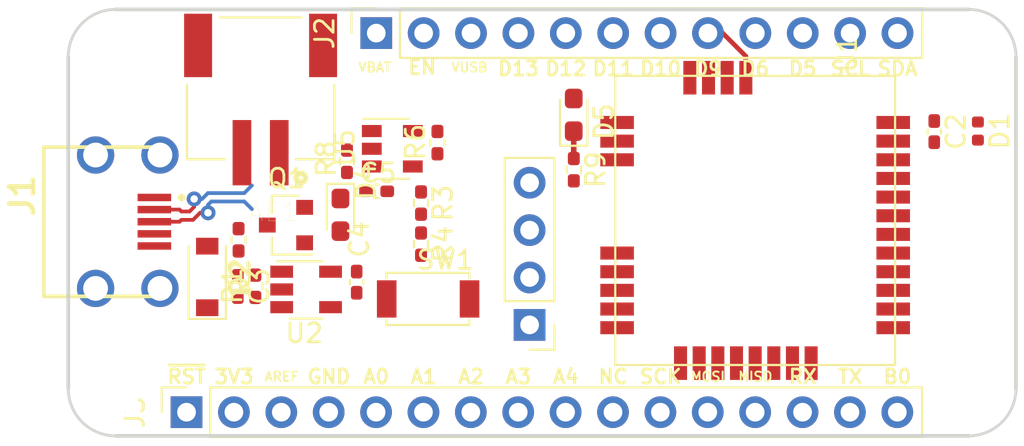
<source format=kicad_pcb>
(kicad_pcb (version 20171130) (host pcbnew "(5.1.9-0-10_14)")

  (general
    (thickness 1.6)
    (drawings 36)
    (tracks 24)
    (zones 0)
    (modules 29)
    (nets 43)
  )

  (page A4)
  (layers
    (0 F.Cu signal)
    (31 B.Cu signal)
    (32 B.Adhes user)
    (33 F.Adhes user)
    (34 B.Paste user)
    (35 F.Paste user)
    (36 B.SilkS user)
    (37 F.SilkS user)
    (38 B.Mask user)
    (39 F.Mask user)
    (40 Dwgs.User user hide)
    (41 Cmts.User user)
    (42 Eco1.User user)
    (43 Eco2.User user)
    (44 Edge.Cuts user)
    (45 Margin user)
    (46 B.CrtYd user hide)
    (47 F.CrtYd user)
    (48 B.Fab user)
    (49 F.Fab user hide)
  )

  (setup
    (last_trace_width 0.25)
    (user_trace_width 0.2)
    (user_trace_width 0.25)
    (user_trace_width 0.3)
    (user_trace_width 0.4)
    (user_trace_width 0.5)
    (user_trace_width 0.6)
    (user_trace_width 1)
    (trace_clearance 0.2)
    (zone_clearance 0.508)
    (zone_45_only no)
    (trace_min 0.2)
    (via_size 0.8)
    (via_drill 0.4)
    (via_min_size 0.4)
    (via_min_drill 0.3)
    (user_via 0.6 0.3)
    (user_via 0.8 0.4)
    (uvia_size 0.3)
    (uvia_drill 0.1)
    (uvias_allowed no)
    (uvia_min_size 0.2)
    (uvia_min_drill 0.1)
    (edge_width 0.15)
    (segment_width 0.2)
    (pcb_text_width 0.3)
    (pcb_text_size 1.5 1.5)
    (mod_edge_width 0.15)
    (mod_text_size 1 1)
    (mod_text_width 0.15)
    (pad_size 1.524 1.524)
    (pad_drill 0.762)
    (pad_to_mask_clearance 0.051)
    (solder_mask_min_width 0.25)
    (aux_axis_origin 0 0)
    (visible_elements 7FFFFFFF)
    (pcbplotparams
      (layerselection 0x010fc_ffffffff)
      (usegerberextensions false)
      (usegerberattributes false)
      (usegerberadvancedattributes false)
      (creategerberjobfile false)
      (excludeedgelayer true)
      (linewidth 0.100000)
      (plotframeref false)
      (viasonmask false)
      (mode 1)
      (useauxorigin false)
      (hpglpennumber 1)
      (hpglpenspeed 20)
      (hpglpendiameter 15.000000)
      (psnegative false)
      (psa4output false)
      (plotreference true)
      (plotvalue true)
      (plotinvisibletext false)
      (padsonsilk false)
      (subtractmaskfromsilk false)
      (outputformat 1)
      (mirror false)
      (drillshape 1)
      (scaleselection 1)
      (outputdirectory ""))
  )

  (net 0 "")
  (net 1 /ANT)
  (net 2 GND)
  (net 3 "Net-(C3-Pad1)")
  (net 4 VBUS)
  (net 5 "Net-(D4-Pad1)")
  (net 6 /D13)
  (net 7 "Net-(D5-Pad1)")
  (net 8 +BATT)
  (net 9 /EN)
  (net 10 /D12)
  (net 11 /D11)
  (net 12 /D10)
  (net 13 /D9)
  (net 14 /D6)
  (net 15 /D5)
  (net 16 /SCL)
  (net 17 /SDA)
  (net 18 /RST)
  (net 19 +3V3)
  (net 20 "Net-(J3-Pad3)")
  (net 21 /A0)
  (net 22 /A1)
  (net 23 /A2)
  (net 24 /A3)
  (net 25 /A4)
  (net 26 "Net-(J3-Pad10)")
  (net 27 /CLK)
  (net 28 /COPI)
  (net 29 /CIPO)
  (net 30 /RX)
  (net 31 /TX)
  (net 32 /BOOT0)
  (net 33 /SWDIO)
  (net 34 /SWCLK)
  (net 35 /TX_USB)
  (net 36 /RX_USB)
  (net 37 /D+)
  (net 38 /D-)
  (net 39 "Net-(R8-Pad1)")
  (net 40 "Net-(R6-Pad1)")
  (net 41 "Net-(J1-Pad4)")
  (net 42 "Net-(AE1-Pad1)")

  (net_class Default "This is the default net class."
    (clearance 0.2)
    (trace_width 0.25)
    (via_dia 0.8)
    (via_drill 0.4)
    (uvia_dia 0.3)
    (uvia_drill 0.1)
    (add_net +3V3)
    (add_net +BATT)
    (add_net /A0)
    (add_net /A1)
    (add_net /A2)
    (add_net /A3)
    (add_net /A4)
    (add_net /ANT)
    (add_net /BOOT0)
    (add_net /CIPO)
    (add_net /CLK)
    (add_net /COPI)
    (add_net /D+)
    (add_net /D-)
    (add_net /D10)
    (add_net /D11)
    (add_net /D12)
    (add_net /D13)
    (add_net /D5)
    (add_net /D6)
    (add_net /D9)
    (add_net /EN)
    (add_net /RST)
    (add_net /RX)
    (add_net /RX_USB)
    (add_net /SCL)
    (add_net /SDA)
    (add_net /SWCLK)
    (add_net /SWDIO)
    (add_net /TX)
    (add_net /TX_USB)
    (add_net GND)
    (add_net "Net-(AE1-Pad1)")
    (add_net "Net-(C3-Pad1)")
    (add_net "Net-(D4-Pad1)")
    (add_net "Net-(D5-Pad1)")
    (add_net "Net-(J1-Pad4)")
    (add_net "Net-(J3-Pad10)")
    (add_net "Net-(J3-Pad3)")
    (add_net "Net-(R6-Pad1)")
    (add_net "Net-(R8-Pad1)")
    (add_net VBUS)
  )

  (module Rf:RAK3172 (layer F.Cu) (tedit 60EE038C) (tstamp 60EFC475)
    (at 158.22 66.22 270)
    (path /60EFEE08)
    (fp_text reference U1 (at -1.17 2.57 90) (layer F.SilkS)
      (effects (font (size 1 1) (thickness 0.15)))
    )
    (fp_text value RAK3172 (at 0.02 -2.95 90) (layer F.Fab)
      (effects (font (size 1 1) (thickness 0.15)))
    )
    (fp_line (start 0 15) (end 0 0) (layer F.SilkS) (width 0.12))
    (fp_line (start 15.5 15) (end 0 15) (layer F.SilkS) (width 0.12))
    (fp_line (start 15.5 0) (end 15.5 15) (layer F.SilkS) (width 0.12))
    (fp_line (start 0 0) (end 15.5 0) (layer F.SilkS) (width 0.12))
    (pad 1 smd rect (at 2.5 0.1 270) (size 0.7 1.8) (layers F.Cu F.Paste F.Mask)
      (net 30 /RX))
    (pad 2 smd rect (at 3.5 0.1 270) (size 0.7 1.8) (layers F.Cu F.Paste F.Mask)
      (net 31 /TX))
    (pad 3 smd rect (at 4.5 0.1 270) (size 0.7 1.8) (layers F.Cu F.Paste F.Mask)
      (net 25 /A4))
    (pad 4 smd rect (at 5.5 0.1 270) (size 0.7 1.8) (layers F.Cu F.Paste F.Mask)
      (net 36 /RX_USB))
    (pad 5 smd rect (at 6.5 0.1 270) (size 0.7 1.8) (layers F.Cu F.Paste F.Mask)
      (net 35 /TX_USB))
    (pad 6 smd rect (at 7.5 0.1 270) (size 0.7 1.8) (layers F.Cu F.Paste F.Mask)
      (net 12 /D10))
    (pad 7 smd rect (at 8.5 0.1 270) (size 0.7 1.8) (layers F.Cu F.Paste F.Mask)
      (net 33 /SWDIO))
    (pad 8 smd rect (at 9.5 0.1 270) (size 0.7 1.8) (layers F.Cu F.Paste F.Mask)
      (net 34 /SWCLK))
    (pad 9 smd rect (at 10.5 0.1 270) (size 0.7 1.8) (layers F.Cu F.Paste F.Mask)
      (net 16 /SCL))
    (pad 10 smd rect (at 11.5 0.1 270) (size 0.7 1.8) (layers F.Cu F.Paste F.Mask)
      (net 17 /SDA))
    (pad 11 smd rect (at 12.5 0.1 270) (size 0.7 1.8) (layers F.Cu F.Paste F.Mask)
      (net 2 GND))
    (pad 12 smd rect (at 13.5 0.1 270) (size 0.7 1.8) (layers F.Cu F.Paste F.Mask)
      (net 1 /ANT))
    (pad 13 smd rect (at 0.1 11) (size 0.7 1.8) (layers F.Cu F.Paste F.Mask)
      (net 28 /COPI))
    (pad 14 smd rect (at 0.1 10) (size 0.7 1.8) (layers F.Cu F.Paste F.Mask)
      (net 29 /CIPO))
    (pad 15 smd rect (at 0.1 9) (size 0.7 1.8) (layers F.Cu F.Paste F.Mask)
      (net 27 /CLK))
    (pad 16 smd rect (at 0.1 8) (size 0.7 1.8) (layers F.Cu F.Paste F.Mask)
      (net 13 /D9))
    (pad 17 smd rect (at 2.5 14.9 270) (size 0.7 1.8) (layers F.Cu F.Paste F.Mask)
      (net 2 GND))
    (pad 18 smd rect (at 3.5 14.9 270) (size 0.7 1.8) (layers F.Cu F.Paste F.Mask)
      (net 2 GND))
    (pad 19 smd rect (at 4.5 14.9 270) (size 0.7 1.8) (layers F.Cu F.Paste F.Mask)
      (net 6 /D13))
    (pad 20 smd rect (at 9.5 14.9 270) (size 0.7 1.8) (layers F.Cu F.Paste F.Mask))
    (pad 21 smd rect (at 10.5 14.9 270) (size 0.7 1.8) (layers F.Cu F.Paste F.Mask)
      (net 32 /BOOT0))
    (pad 22 smd rect (at 11.5 14.9 270) (size 0.7 1.8) (layers F.Cu F.Paste F.Mask)
      (net 18 /RST))
    (pad 23 smd rect (at 12.5 14.9 270) (size 0.7 1.8) (layers F.Cu F.Paste F.Mask)
      (net 2 GND))
    (pad 24 smd rect (at 13.5 14.9 270) (size 0.7 1.8) (layers F.Cu F.Paste F.Mask)
      (net 19 +3V3))
    (pad 25 smd rect (at 15.4 11.5) (size 0.7 1.8) (layers F.Cu F.Paste F.Mask)
      (net 24 /A3))
    (pad 26 smd rect (at 15.4 10.5) (size 0.7 1.8) (layers F.Cu F.Paste F.Mask)
      (net 23 /A2))
    (pad 27 smd rect (at 15.4 9.5) (size 0.7 1.8) (layers F.Cu F.Paste F.Mask)
      (net 10 /D12))
    (pad 28 smd rect (at 15.4 8.5) (size 0.7 1.8) (layers F.Cu F.Paste F.Mask)
      (net 2 GND))
    (pad 29 smd rect (at 15.4 7.5) (size 0.7 1.8) (layers F.Cu F.Paste F.Mask)
      (net 14 /D6))
    (pad 30 smd rect (at 15.4 6.5) (size 0.7 1.8) (layers F.Cu F.Paste F.Mask)
      (net 11 /D11))
    (pad 31 smd rect (at 15.4 5.5) (size 0.7 1.8) (layers F.Cu F.Paste F.Mask)
      (net 22 /A1))
    (pad 32 smd rect (at 15.4 4.5) (size 0.7 1.8) (layers F.Cu F.Paste F.Mask)
      (net 21 /A0))
    (model ${KIPRJMOD}/3D_RAK3172.stp
      (offset (xyz 15.5 -15 0))
      (scale (xyz 1 1 1))
      (rotate (xyz 0 0 -90))
    )
  )

  (module Inductor_SMD:L_0402_1005Metric (layer F.Cu) (tedit 5F68FEF0) (tstamp 60EF45EC)
    (at 162.66 69.18 270)
    (descr "Inductor SMD 0402 (1005 Metric), square (rectangular) end terminal, IPC_7351 nominal, (Body size source: http://www.tortai-tech.com/upload/download/2011102023233369053.pdf), generated with kicad-footprint-generator")
    (tags inductor)
    (path /5E033E5A)
    (attr smd)
    (fp_text reference D1 (at 0 -1.17 90) (layer F.SilkS)
      (effects (font (size 1 1) (thickness 0.15)))
    )
    (fp_text value PGB1010402KR (at 0 1.17 90) (layer F.Fab)
      (effects (font (size 1 1) (thickness 0.15)))
    )
    (fp_line (start -0.5 0.25) (end -0.5 -0.25) (layer F.Fab) (width 0.1))
    (fp_line (start -0.5 -0.25) (end 0.5 -0.25) (layer F.Fab) (width 0.1))
    (fp_line (start 0.5 -0.25) (end 0.5 0.25) (layer F.Fab) (width 0.1))
    (fp_line (start 0.5 0.25) (end -0.5 0.25) (layer F.Fab) (width 0.1))
    (fp_line (start -0.93 0.47) (end -0.93 -0.47) (layer F.CrtYd) (width 0.05))
    (fp_line (start -0.93 -0.47) (end 0.93 -0.47) (layer F.CrtYd) (width 0.05))
    (fp_line (start 0.93 -0.47) (end 0.93 0.47) (layer F.CrtYd) (width 0.05))
    (fp_line (start 0.93 0.47) (end -0.93 0.47) (layer F.CrtYd) (width 0.05))
    (fp_text user %R (at 0 0 90) (layer F.Fab)
      (effects (font (size 0.25 0.25) (thickness 0.04)))
    )
    (pad 1 smd roundrect (at -0.485 0 270) (size 0.59 0.64) (layers F.Cu F.Paste F.Mask) (roundrect_rratio 0.25)
      (net 1 /ANT))
    (pad 2 smd roundrect (at 0.485 0 270) (size 0.59 0.64) (layers F.Cu F.Paste F.Mask) (roundrect_rratio 0.25)
      (net 2 GND))
    (model ${KISYS3DMOD}/Inductor_SMD.3dshapes/L_0402_1005Metric.wrl
      (at (xyz 0 0 0))
      (scale (xyz 1 1 1))
      (rotate (xyz 0 0 0))
    )
  )

  (module Connector_PinSocket_2.54mm:PinSocket_1x12_P2.54mm_Vertical (layer F.Cu) (tedit 5A19A41D) (tstamp 60EE5672)
    (at 130.41 63.93 90)
    (descr "Through hole straight socket strip, 1x12, 2.54mm pitch, single row (from Kicad 4.0.7), script generated")
    (tags "Through hole socket strip THT 1x12 2.54mm single row")
    (path /5D4E69E8)
    (fp_text reference J2 (at 0 -2.77 90) (layer F.SilkS)
      (effects (font (size 1 1) (thickness 0.15)))
    )
    (fp_text value Conn_Right (at 0 30.71 90) (layer F.Fab)
      (effects (font (size 1 1) (thickness 0.15)))
    )
    (fp_line (start -1.27 -1.27) (end 0.635 -1.27) (layer F.Fab) (width 0.1))
    (fp_line (start 0.635 -1.27) (end 1.27 -0.635) (layer F.Fab) (width 0.1))
    (fp_line (start 1.27 -0.635) (end 1.27 29.21) (layer F.Fab) (width 0.1))
    (fp_line (start 1.27 29.21) (end -1.27 29.21) (layer F.Fab) (width 0.1))
    (fp_line (start -1.27 29.21) (end -1.27 -1.27) (layer F.Fab) (width 0.1))
    (fp_line (start -1.33 1.27) (end 1.33 1.27) (layer F.SilkS) (width 0.12))
    (fp_line (start -1.33 1.27) (end -1.33 29.27) (layer F.SilkS) (width 0.12))
    (fp_line (start -1.33 29.27) (end 1.33 29.27) (layer F.SilkS) (width 0.12))
    (fp_line (start 1.33 1.27) (end 1.33 29.27) (layer F.SilkS) (width 0.12))
    (fp_line (start 1.33 -1.33) (end 1.33 0) (layer F.SilkS) (width 0.12))
    (fp_line (start 0 -1.33) (end 1.33 -1.33) (layer F.SilkS) (width 0.12))
    (fp_line (start -1.8 -1.8) (end 1.75 -1.8) (layer F.CrtYd) (width 0.05))
    (fp_line (start 1.75 -1.8) (end 1.75 29.7) (layer F.CrtYd) (width 0.05))
    (fp_line (start 1.75 29.7) (end -1.8 29.7) (layer F.CrtYd) (width 0.05))
    (fp_line (start -1.8 29.7) (end -1.8 -1.8) (layer F.CrtYd) (width 0.05))
    (fp_text user %R (at 0 13.97) (layer F.Fab)
      (effects (font (size 1 1) (thickness 0.15)))
    )
    (pad 1 thru_hole rect (at 0 0 90) (size 1.7 1.7) (drill 1) (layers *.Cu *.Mask)
      (net 8 +BATT))
    (pad 2 thru_hole oval (at 0 2.54 90) (size 1.7 1.7) (drill 1) (layers *.Cu *.Mask)
      (net 9 /EN))
    (pad 3 thru_hole oval (at 0 5.08 90) (size 1.7 1.7) (drill 1) (layers *.Cu *.Mask)
      (net 4 VBUS))
    (pad 4 thru_hole oval (at 0 7.62 90) (size 1.7 1.7) (drill 1) (layers *.Cu *.Mask)
      (net 6 /D13))
    (pad 5 thru_hole oval (at 0 10.16 90) (size 1.7 1.7) (drill 1) (layers *.Cu *.Mask)
      (net 10 /D12))
    (pad 6 thru_hole oval (at 0 12.7 90) (size 1.7 1.7) (drill 1) (layers *.Cu *.Mask)
      (net 11 /D11))
    (pad 7 thru_hole oval (at 0 15.24 90) (size 1.7 1.7) (drill 1) (layers *.Cu *.Mask)
      (net 12 /D10))
    (pad 8 thru_hole oval (at 0 17.78 90) (size 1.7 1.7) (drill 1) (layers *.Cu *.Mask)
      (net 13 /D9))
    (pad 9 thru_hole oval (at 0 20.32 90) (size 1.7 1.7) (drill 1) (layers *.Cu *.Mask)
      (net 14 /D6))
    (pad 10 thru_hole oval (at 0 22.86 90) (size 1.7 1.7) (drill 1) (layers *.Cu *.Mask)
      (net 15 /D5))
    (pad 11 thru_hole oval (at 0 25.4 90) (size 1.7 1.7) (drill 1) (layers *.Cu *.Mask)
      (net 16 /SCL))
    (pad 12 thru_hole oval (at 0 27.94 90) (size 1.7 1.7) (drill 1) (layers *.Cu *.Mask)
      (net 17 /SDA))
    (model ${KISYS3DMOD}/Connector_PinSocket_2.54mm.3dshapes/PinSocket_1x12_P2.54mm_Vertical.wrl
      (at (xyz 0 0 0))
      (scale (xyz 1 1 1))
      (rotate (xyz 0 0 0))
    )
  )

  (module Connector_PinSocket_2.54mm:PinSocket_1x16_P2.54mm_Vertical (layer F.Cu) (tedit 5A19A41E) (tstamp 60EE5696)
    (at 120.24 84.25 90)
    (descr "Through hole straight socket strip, 1x16, 2.54mm pitch, single row (from Kicad 4.0.7), script generated")
    (tags "Through hole socket strip THT 1x16 2.54mm single row")
    (path /5D4E7BAF)
    (fp_text reference J3 (at 0 -2.77 90) (layer F.SilkS)
      (effects (font (size 1 1) (thickness 0.15)))
    )
    (fp_text value Conn_Left (at 0 40.87 90) (layer F.Fab)
      (effects (font (size 1 1) (thickness 0.15)))
    )
    (fp_line (start -1.27 -1.27) (end 0.635 -1.27) (layer F.Fab) (width 0.1))
    (fp_line (start 0.635 -1.27) (end 1.27 -0.635) (layer F.Fab) (width 0.1))
    (fp_line (start 1.27 -0.635) (end 1.27 39.37) (layer F.Fab) (width 0.1))
    (fp_line (start 1.27 39.37) (end -1.27 39.37) (layer F.Fab) (width 0.1))
    (fp_line (start -1.27 39.37) (end -1.27 -1.27) (layer F.Fab) (width 0.1))
    (fp_line (start -1.33 1.27) (end 1.33 1.27) (layer F.SilkS) (width 0.12))
    (fp_line (start -1.33 1.27) (end -1.33 39.43) (layer F.SilkS) (width 0.12))
    (fp_line (start -1.33 39.43) (end 1.33 39.43) (layer F.SilkS) (width 0.12))
    (fp_line (start 1.33 1.27) (end 1.33 39.43) (layer F.SilkS) (width 0.12))
    (fp_line (start 1.33 -1.33) (end 1.33 0) (layer F.SilkS) (width 0.12))
    (fp_line (start 0 -1.33) (end 1.33 -1.33) (layer F.SilkS) (width 0.12))
    (fp_line (start -1.8 -1.8) (end 1.75 -1.8) (layer F.CrtYd) (width 0.05))
    (fp_line (start 1.75 -1.8) (end 1.75 39.9) (layer F.CrtYd) (width 0.05))
    (fp_line (start 1.75 39.9) (end -1.8 39.9) (layer F.CrtYd) (width 0.05))
    (fp_line (start -1.8 39.9) (end -1.8 -1.8) (layer F.CrtYd) (width 0.05))
    (fp_text user %R (at 0 19.05) (layer F.Fab)
      (effects (font (size 1 1) (thickness 0.15)))
    )
    (pad 1 thru_hole rect (at 0 0 90) (size 1.7 1.7) (drill 1) (layers *.Cu *.Mask)
      (net 18 /RST))
    (pad 2 thru_hole oval (at 0 2.54 90) (size 1.7 1.7) (drill 1) (layers *.Cu *.Mask)
      (net 19 +3V3))
    (pad 3 thru_hole oval (at 0 5.08 90) (size 1.7 1.7) (drill 1) (layers *.Cu *.Mask)
      (net 20 "Net-(J3-Pad3)"))
    (pad 4 thru_hole oval (at 0 7.62 90) (size 1.7 1.7) (drill 1) (layers *.Cu *.Mask)
      (net 2 GND))
    (pad 5 thru_hole oval (at 0 10.16 90) (size 1.7 1.7) (drill 1) (layers *.Cu *.Mask)
      (net 21 /A0))
    (pad 6 thru_hole oval (at 0 12.7 90) (size 1.7 1.7) (drill 1) (layers *.Cu *.Mask)
      (net 22 /A1))
    (pad 7 thru_hole oval (at 0 15.24 90) (size 1.7 1.7) (drill 1) (layers *.Cu *.Mask)
      (net 23 /A2))
    (pad 8 thru_hole oval (at 0 17.78 90) (size 1.7 1.7) (drill 1) (layers *.Cu *.Mask)
      (net 24 /A3))
    (pad 9 thru_hole oval (at 0 20.32 90) (size 1.7 1.7) (drill 1) (layers *.Cu *.Mask)
      (net 25 /A4))
    (pad 10 thru_hole oval (at 0 22.86 90) (size 1.7 1.7) (drill 1) (layers *.Cu *.Mask)
      (net 26 "Net-(J3-Pad10)"))
    (pad 11 thru_hole oval (at 0 25.4 90) (size 1.7 1.7) (drill 1) (layers *.Cu *.Mask)
      (net 27 /CLK))
    (pad 12 thru_hole oval (at 0 27.94 90) (size 1.7 1.7) (drill 1) (layers *.Cu *.Mask)
      (net 28 /COPI))
    (pad 13 thru_hole oval (at 0 30.48 90) (size 1.7 1.7) (drill 1) (layers *.Cu *.Mask)
      (net 29 /CIPO))
    (pad 14 thru_hole oval (at 0 33.02 90) (size 1.7 1.7) (drill 1) (layers *.Cu *.Mask)
      (net 30 /RX))
    (pad 15 thru_hole oval (at 0 35.56 90) (size 1.7 1.7) (drill 1) (layers *.Cu *.Mask)
      (net 31 /TX))
    (pad 16 thru_hole oval (at 0 38.1 90) (size 1.7 1.7) (drill 1) (layers *.Cu *.Mask)
      (net 32 /BOOT0))
    (model ${KISYS3DMOD}/Connector_PinSocket_2.54mm.3dshapes/PinSocket_1x16_P2.54mm_Vertical.wrl
      (at (xyz 0 0 0))
      (scale (xyz 1 1 1))
      (rotate (xyz 0 0 0))
    )
  )

  (module Connector_PinHeader_2.54mm:PinHeader_1x04_P2.54mm_Vertical (layer F.Cu) (tedit 59FED5CC) (tstamp 60EE56AE)
    (at 138.63 79.57 180)
    (descr "Through hole straight pin header, 1x04, 2.54mm pitch, single row")
    (tags "Through hole pin header THT 1x04 2.54mm single row")
    (path /5E1A06D2)
    (fp_text reference J5 (at 0 -2.33) (layer F.Fab)
      (effects (font (size 1 1) (thickness 0.15)))
    )
    (fp_text value SWD (at 0 9.95) (layer F.Fab)
      (effects (font (size 1 1) (thickness 0.15)))
    )
    (fp_line (start -0.635 -1.27) (end 1.27 -1.27) (layer F.Fab) (width 0.1))
    (fp_line (start 1.27 -1.27) (end 1.27 8.89) (layer F.Fab) (width 0.1))
    (fp_line (start 1.27 8.89) (end -1.27 8.89) (layer F.Fab) (width 0.1))
    (fp_line (start -1.27 8.89) (end -1.27 -0.635) (layer F.Fab) (width 0.1))
    (fp_line (start -1.27 -0.635) (end -0.635 -1.27) (layer F.Fab) (width 0.1))
    (fp_line (start -1.33 8.95) (end 1.33 8.95) (layer F.SilkS) (width 0.12))
    (fp_line (start -1.33 1.27) (end -1.33 8.95) (layer F.SilkS) (width 0.12))
    (fp_line (start 1.33 1.27) (end 1.33 8.95) (layer F.SilkS) (width 0.12))
    (fp_line (start -1.33 1.27) (end 1.33 1.27) (layer F.SilkS) (width 0.12))
    (fp_line (start -1.33 0) (end -1.33 -1.33) (layer F.SilkS) (width 0.12))
    (fp_line (start -1.33 -1.33) (end 0 -1.33) (layer F.SilkS) (width 0.12))
    (fp_line (start -1.8 -1.8) (end -1.8 9.4) (layer F.CrtYd) (width 0.05))
    (fp_line (start -1.8 9.4) (end 1.8 9.4) (layer F.CrtYd) (width 0.05))
    (fp_line (start 1.8 9.4) (end 1.8 -1.8) (layer F.CrtYd) (width 0.05))
    (fp_line (start 1.8 -1.8) (end -1.8 -1.8) (layer F.CrtYd) (width 0.05))
    (fp_text user %R (at 0 3.81 90) (layer F.Fab)
      (effects (font (size 1 1) (thickness 0.15)))
    )
    (pad 1 thru_hole rect (at 0 0 180) (size 1.7 1.7) (drill 1) (layers *.Cu *.Mask)
      (net 19 +3V3))
    (pad 2 thru_hole oval (at 0 2.54 180) (size 1.7 1.7) (drill 1) (layers *.Cu *.Mask)
      (net 33 /SWDIO))
    (pad 3 thru_hole oval (at 0 5.08 180) (size 1.7 1.7) (drill 1) (layers *.Cu *.Mask)
      (net 34 /SWCLK))
    (pad 4 thru_hole oval (at 0 7.62 180) (size 1.7 1.7) (drill 1) (layers *.Cu *.Mask)
      (net 2 GND))
    (model ${KISYS3DMOD}/Connector_PinHeader_2.54mm.3dshapes/PinHeader_1x04_P2.54mm_Vertical.wrl
      (at (xyz 0 0 0))
      (scale (xyz 1 1 1))
      (rotate (xyz 0 0 0))
    )
  )

  (module MountingHole:MountingHole_2.7mm_M2.5 locked (layer F.Cu) (tedit 5D377204) (tstamp 5D4FBE97)
    (at 162.16 65.2)
    (descr "Mounting Hole 2.7mm, no annular, M2.5")
    (tags "mounting hole 2.7mm no annular m2.5")
    (attr virtual)
    (fp_text reference REF** (at 0 -3.7) (layer F.SilkS) hide
      (effects (font (size 1 1) (thickness 0.15)))
    )
    (fp_text value MountingHole_2.7mm_M2.5 (at 0 3.7) (layer F.Fab) hide
      (effects (font (size 1 1) (thickness 0.15)))
    )
    (fp_circle (center 0 0) (end 2.95 0) (layer F.CrtYd) (width 0.05))
    (fp_circle (center 0 0) (end 2.7 0) (layer Cmts.User) (width 0.15))
    (fp_text user %R (at 0.3 0) (layer F.Fab) hide
      (effects (font (size 1 1) (thickness 0.15)))
    )
    (pad 1 np_thru_hole circle (at 0 0) (size 2.7 2.7) (drill 2.7) (layers *.Cu *.Mask))
  )

  (module MountingHole:MountingHole_2.7mm_M2.5 locked (layer F.Cu) (tedit 5D377204) (tstamp 5D4FBE89)
    (at 162.16 82.98)
    (descr "Mounting Hole 2.7mm, no annular, M2.5")
    (tags "mounting hole 2.7mm no annular m2.5")
    (attr virtual)
    (fp_text reference REF** (at 0 -3.7) (layer F.SilkS) hide
      (effects (font (size 1 1) (thickness 0.15)))
    )
    (fp_text value MountingHole_2.7mm_M2.5 (at 0 3.7) (layer F.Fab) hide
      (effects (font (size 1 1) (thickness 0.15)))
    )
    (fp_circle (center 0 0) (end 2.7 0) (layer Cmts.User) (width 0.15))
    (fp_circle (center 0 0) (end 2.95 0) (layer F.CrtYd) (width 0.05))
    (fp_text user %R (at 0.3 0) (layer F.Fab) hide
      (effects (font (size 1 1) (thickness 0.15)))
    )
    (pad 1 np_thru_hole circle (at 0 0) (size 2.7 2.7) (drill 2.7) (layers *.Cu *.Mask))
  )

  (module MountingHole:MountingHole_2.7mm_M2.5 locked (layer F.Cu) (tedit 5D377204) (tstamp 5D4FBE7B)
    (at 116.44 82.98)
    (descr "Mounting Hole 2.7mm, no annular, M2.5")
    (tags "mounting hole 2.7mm no annular m2.5")
    (attr virtual)
    (fp_text reference REF** (at 0 -3.7) (layer F.SilkS) hide
      (effects (font (size 1 1) (thickness 0.15)))
    )
    (fp_text value MountingHole_2.7mm_M2.5 (at 0 3.7) (layer F.Fab) hide
      (effects (font (size 1 1) (thickness 0.15)))
    )
    (fp_circle (center 0 0) (end 2.95 0) (layer F.CrtYd) (width 0.05))
    (fp_circle (center 0 0) (end 2.7 0) (layer Cmts.User) (width 0.15))
    (fp_text user %R (at 0.3 0) (layer F.Fab) hide
      (effects (font (size 1 1) (thickness 0.15)))
    )
    (pad 1 np_thru_hole circle (at 0 0) (size 2.7 2.7) (drill 2.7) (layers *.Cu *.Mask))
  )

  (module MountingHole:MountingHole_2.7mm_M2.5 locked (layer F.Cu) (tedit 5D377204) (tstamp 5D4FBE61)
    (at 116.44 65.2)
    (descr "Mounting Hole 2.7mm, no annular, M2.5")
    (tags "mounting hole 2.7mm no annular m2.5")
    (attr virtual)
    (fp_text reference REF** (at 0 -3.7) (layer F.SilkS) hide
      (effects (font (size 1 1) (thickness 0.15)))
    )
    (fp_text value MountingHole_2.7mm_M2.5 (at 0 3.7) (layer F.Fab) hide
      (effects (font (size 1 1) (thickness 0.15)))
    )
    (fp_circle (center 0 0) (end 2.7 0) (layer Cmts.User) (width 0.15))
    (fp_circle (center 0 0) (end 2.95 0) (layer F.CrtYd) (width 0.05))
    (fp_text user %R (at 0.3 0) (layer F.Fab) hide
      (effects (font (size 1 1) (thickness 0.15)))
    )
    (pad 1 np_thru_hole circle (at 0 0) (size 2.7 2.7) (drill 2.7) (layers *.Cu *.Mask))
  )

  (module Connectors:U254051N4BH806 (layer F.Cu) (tedit 5DCF1678) (tstamp 60EF40F1)
    (at 116.33 74.04 270)
    (descr U254-051N-4BH806-2)
    (tags Connector)
    (path /5D4D715B)
    (fp_text reference J1 (at -1.4 4.9 90) (layer F.SilkS)
      (effects (font (size 1.27 1.27) (thickness 0.254)))
    )
    (fp_text value USB_B_Micro (at 0 -6.7 90) (layer F.SilkS) hide
      (effects (font (size 1.27 1.27) (thickness 0.254)))
    )
    (fp_line (start -1.299 -3.735) (end -1.299 -3.735) (layer F.SilkS) (width 0.2))
    (fp_line (start -1.299 -3.535) (end -1.299 -3.535) (layer F.SilkS) (width 0.2))
    (fp_line (start -3.999 3.735) (end -3.999 -2.865) (layer F.SilkS) (width 0.2))
    (fp_line (start 4 3.735) (end -3.999 3.735) (layer F.SilkS) (width 0.2))
    (fp_line (start 4 -2.865) (end 4 3.735) (layer F.SilkS) (width 0.2))
    (fp_line (start -3.999 -2.865) (end 4 -2.865) (layer F.Fab) (width 0.2))
    (fp_arc (start -1.299 -3.635) (end -1.299 -3.735) (angle -180) (layer F.SilkS) (width 0.2))
    (fp_arc (start -1.299 -3.635) (end -1.299 -3.535) (angle -180) (layer F.SilkS) (width 0.2))
    (fp_text user %R (at -1.4 4.9 90) (layer F.Fab)
      (effects (font (size 1.27 1.27) (thickness 0.254)))
    )
    (pad MH6 np_thru_hole circle (at 2 -1.165 270) (size 0.65 0) (drill 0.65) (layers *.Cu *.Mask))
    (pad MH5 np_thru_hole circle (at -2 -1.165 270) (size 0.65 0) (drill 0.65) (layers *.Cu *.Mask))
    (pad 6 thru_hole circle (at -3.575 -2.485 270) (size 2 2) (drill 1.3285) (layers *.Cu *.Mask)
      (net 2 GND))
    (pad 6 thru_hole circle (at 3.575 -2.485 270) (size 2 2) (drill 1.3285) (layers *.Cu *.Mask)
      (net 2 GND))
    (pad 6 thru_hole circle (at 3.575 0.965 270) (size 2 2) (drill 1.3285) (layers *.Cu *.Mask)
      (net 2 GND))
    (pad 6 thru_hole circle (at -3.575 0.965 270) (size 2 2) (drill 1.3285) (layers *.Cu *.Mask)
      (net 2 GND))
    (pad 5 smd rect (at 1.3 -2.185 270) (size 0.4 1.8) (layers F.Cu F.Paste F.Mask)
      (net 2 GND))
    (pad 4 smd rect (at 0.65 -2.185 270) (size 0.4 1.8) (layers F.Cu F.Paste F.Mask)
      (net 41 "Net-(J1-Pad4)"))
    (pad 3 smd rect (at 0 -2.185 270) (size 0.4 1.8) (layers F.Cu F.Paste F.Mask)
      (net 37 /D+))
    (pad 2 smd rect (at -0.65 -2.185 270) (size 0.4 1.8) (layers F.Cu F.Paste F.Mask)
      (net 38 /D-))
    (pad 1 smd rect (at -1.3 -2.185 270) (size 0.4 1.8) (layers F.Cu F.Paste F.Mask)
      (net 4 VBUS))
    (model U254-051N-4BH806.stp
      (at (xyz 0 0 0))
      (scale (xyz 1 1 1))
      (rotate (xyz 0 0 0))
    )
  )

  (module Capacitor_SMD:C_0402_1005Metric_Pad0.74x0.62mm_HandSolder (layer F.Cu) (tedit 5F6BB22C) (tstamp 60EF9901)
    (at 160.32 69.21 270)
    (descr "Capacitor SMD 0402 (1005 Metric), square (rectangular) end terminal, IPC_7351 nominal with elongated pad for handsoldering. (Body size source: IPC-SM-782 page 76, https://www.pcb-3d.com/wordpress/wp-content/uploads/ipc-sm-782a_amendment_1_and_2.pdf), generated with kicad-footprint-generator")
    (tags "capacitor handsolder")
    (path /5DC7F1DD)
    (attr smd)
    (fp_text reference C2 (at 0 -1.16 90) (layer F.SilkS)
      (effects (font (size 1 1) (thickness 0.15)))
    )
    (fp_text value 47pF (at 0 1.16 90) (layer F.Fab)
      (effects (font (size 1 1) (thickness 0.15)))
    )
    (fp_line (start -0.5 0.25) (end -0.5 -0.25) (layer F.Fab) (width 0.1))
    (fp_line (start -0.5 -0.25) (end 0.5 -0.25) (layer F.Fab) (width 0.1))
    (fp_line (start 0.5 -0.25) (end 0.5 0.25) (layer F.Fab) (width 0.1))
    (fp_line (start 0.5 0.25) (end -0.5 0.25) (layer F.Fab) (width 0.1))
    (fp_line (start -0.115835 -0.36) (end 0.115835 -0.36) (layer F.SilkS) (width 0.12))
    (fp_line (start -0.115835 0.36) (end 0.115835 0.36) (layer F.SilkS) (width 0.12))
    (fp_line (start -1.08 0.46) (end -1.08 -0.46) (layer F.CrtYd) (width 0.05))
    (fp_line (start -1.08 -0.46) (end 1.08 -0.46) (layer F.CrtYd) (width 0.05))
    (fp_line (start 1.08 -0.46) (end 1.08 0.46) (layer F.CrtYd) (width 0.05))
    (fp_line (start 1.08 0.46) (end -1.08 0.46) (layer F.CrtYd) (width 0.05))
    (fp_text user %R (at 0 0 90) (layer F.Fab)
      (effects (font (size 0.25 0.25) (thickness 0.04)))
    )
    (pad 2 smd roundrect (at 0.5675 0 270) (size 0.735 0.62) (layers F.Cu F.Paste F.Mask) (roundrect_rratio 0.25)
      (net 42 "Net-(AE1-Pad1)"))
    (pad 1 smd roundrect (at -0.5675 0 270) (size 0.735 0.62) (layers F.Cu F.Paste F.Mask) (roundrect_rratio 0.25)
      (net 1 /ANT))
    (model ${KISYS3DMOD}/Capacitor_SMD.3dshapes/C_0402_1005Metric.wrl
      (at (xyz 0 0 0))
      (scale (xyz 1 1 1))
      (rotate (xyz 0 0 0))
    )
  )

  (module Capacitor_SMD:C_0402_1005Metric_Pad0.74x0.62mm_HandSolder (layer F.Cu) (tedit 5F6BB22C) (tstamp 60EF9912)
    (at 122.99 77.51 270)
    (descr "Capacitor SMD 0402 (1005 Metric), square (rectangular) end terminal, IPC_7351 nominal with elongated pad for handsoldering. (Body size source: IPC-SM-782 page 76, https://www.pcb-3d.com/wordpress/wp-content/uploads/ipc-sm-782a_amendment_1_and_2.pdf), generated with kicad-footprint-generator")
    (tags "capacitor handsolder")
    (path /5DCC28BD)
    (attr smd)
    (fp_text reference C3 (at 0 -1.16 90) (layer F.SilkS)
      (effects (font (size 1 1) (thickness 0.15)))
    )
    (fp_text value 10uF (at 0 1.16 90) (layer F.Fab)
      (effects (font (size 1 1) (thickness 0.15)))
    )
    (fp_line (start 1.08 0.46) (end -1.08 0.46) (layer F.CrtYd) (width 0.05))
    (fp_line (start 1.08 -0.46) (end 1.08 0.46) (layer F.CrtYd) (width 0.05))
    (fp_line (start -1.08 -0.46) (end 1.08 -0.46) (layer F.CrtYd) (width 0.05))
    (fp_line (start -1.08 0.46) (end -1.08 -0.46) (layer F.CrtYd) (width 0.05))
    (fp_line (start -0.115835 0.36) (end 0.115835 0.36) (layer F.SilkS) (width 0.12))
    (fp_line (start -0.115835 -0.36) (end 0.115835 -0.36) (layer F.SilkS) (width 0.12))
    (fp_line (start 0.5 0.25) (end -0.5 0.25) (layer F.Fab) (width 0.1))
    (fp_line (start 0.5 -0.25) (end 0.5 0.25) (layer F.Fab) (width 0.1))
    (fp_line (start -0.5 -0.25) (end 0.5 -0.25) (layer F.Fab) (width 0.1))
    (fp_line (start -0.5 0.25) (end -0.5 -0.25) (layer F.Fab) (width 0.1))
    (fp_text user %R (at 0 0 90) (layer F.Fab)
      (effects (font (size 0.25 0.25) (thickness 0.04)))
    )
    (pad 1 smd roundrect (at -0.5675 0 270) (size 0.735 0.62) (layers F.Cu F.Paste F.Mask) (roundrect_rratio 0.25)
      (net 3 "Net-(C3-Pad1)"))
    (pad 2 smd roundrect (at 0.5675 0 270) (size 0.735 0.62) (layers F.Cu F.Paste F.Mask) (roundrect_rratio 0.25)
      (net 2 GND))
    (model ${KISYS3DMOD}/Capacitor_SMD.3dshapes/C_0402_1005Metric.wrl
      (at (xyz 0 0 0))
      (scale (xyz 1 1 1))
      (rotate (xyz 0 0 0))
    )
  )

  (module Capacitor_SMD:C_0402_1005Metric_Pad0.74x0.62mm_HandSolder (layer F.Cu) (tedit 5F6BB22C) (tstamp 60EF9923)
    (at 129.36 77.28 270)
    (descr "Capacitor SMD 0402 (1005 Metric), square (rectangular) end terminal, IPC_7351 nominal with elongated pad for handsoldering. (Body size source: IPC-SM-782 page 76, https://www.pcb-3d.com/wordpress/wp-content/uploads/ipc-sm-782a_amendment_1_and_2.pdf), generated with kicad-footprint-generator")
    (tags "capacitor handsolder")
    (path /5DCD7972)
    (attr smd)
    (fp_text reference C4 (at -2.3 -0.14 90) (layer F.SilkS)
      (effects (font (size 1 1) (thickness 0.15)))
    )
    (fp_text value 10uF (at 0 1.16 90) (layer F.Fab)
      (effects (font (size 1 1) (thickness 0.15)))
    )
    (fp_line (start -0.5 0.25) (end -0.5 -0.25) (layer F.Fab) (width 0.1))
    (fp_line (start -0.5 -0.25) (end 0.5 -0.25) (layer F.Fab) (width 0.1))
    (fp_line (start 0.5 -0.25) (end 0.5 0.25) (layer F.Fab) (width 0.1))
    (fp_line (start 0.5 0.25) (end -0.5 0.25) (layer F.Fab) (width 0.1))
    (fp_line (start -0.115835 -0.36) (end 0.115835 -0.36) (layer F.SilkS) (width 0.12))
    (fp_line (start -0.115835 0.36) (end 0.115835 0.36) (layer F.SilkS) (width 0.12))
    (fp_line (start -1.08 0.46) (end -1.08 -0.46) (layer F.CrtYd) (width 0.05))
    (fp_line (start -1.08 -0.46) (end 1.08 -0.46) (layer F.CrtYd) (width 0.05))
    (fp_line (start 1.08 -0.46) (end 1.08 0.46) (layer F.CrtYd) (width 0.05))
    (fp_line (start 1.08 0.46) (end -1.08 0.46) (layer F.CrtYd) (width 0.05))
    (fp_text user %R (at 0 0 90) (layer F.Fab)
      (effects (font (size 0.25 0.25) (thickness 0.04)))
    )
    (pad 2 smd roundrect (at 0.5675 0 270) (size 0.735 0.62) (layers F.Cu F.Paste F.Mask) (roundrect_rratio 0.25)
      (net 2 GND))
    (pad 1 smd roundrect (at -0.5675 0 270) (size 0.735 0.62) (layers F.Cu F.Paste F.Mask) (roundrect_rratio 0.25)
      (net 19 +3V3))
    (model ${KISYS3DMOD}/Capacitor_SMD.3dshapes/C_0402_1005Metric.wrl
      (at (xyz 0 0 0))
      (scale (xyz 1 1 1))
      (rotate (xyz 0 0 0))
    )
  )

  (module Capacitor_SMD:C_0402_1005Metric_Pad0.74x0.62mm_HandSolder (layer F.Cu) (tedit 5F6BB22C) (tstamp 60EF9934)
    (at 130.43 72.41)
    (descr "Capacitor SMD 0402 (1005 Metric), square (rectangular) end terminal, IPC_7351 nominal with elongated pad for handsoldering. (Body size source: IPC-SM-782 page 76, https://www.pcb-3d.com/wordpress/wp-content/uploads/ipc-sm-782a_amendment_1_and_2.pdf), generated with kicad-footprint-generator")
    (tags "capacitor handsolder")
    (path /5DCD8443)
    (attr smd)
    (fp_text reference C5 (at 0.08 -0.98) (layer F.SilkS)
      (effects (font (size 1 1) (thickness 0.15)))
    )
    (fp_text value 10uF (at 0 1.16) (layer F.Fab)
      (effects (font (size 1 1) (thickness 0.15)))
    )
    (fp_line (start 1.08 0.46) (end -1.08 0.46) (layer F.CrtYd) (width 0.05))
    (fp_line (start 1.08 -0.46) (end 1.08 0.46) (layer F.CrtYd) (width 0.05))
    (fp_line (start -1.08 -0.46) (end 1.08 -0.46) (layer F.CrtYd) (width 0.05))
    (fp_line (start -1.08 0.46) (end -1.08 -0.46) (layer F.CrtYd) (width 0.05))
    (fp_line (start -0.115835 0.36) (end 0.115835 0.36) (layer F.SilkS) (width 0.12))
    (fp_line (start -0.115835 -0.36) (end 0.115835 -0.36) (layer F.SilkS) (width 0.12))
    (fp_line (start 0.5 0.25) (end -0.5 0.25) (layer F.Fab) (width 0.1))
    (fp_line (start 0.5 -0.25) (end 0.5 0.25) (layer F.Fab) (width 0.1))
    (fp_line (start -0.5 -0.25) (end 0.5 -0.25) (layer F.Fab) (width 0.1))
    (fp_line (start -0.5 0.25) (end -0.5 -0.25) (layer F.Fab) (width 0.1))
    (fp_text user %R (at 0 0) (layer F.Fab)
      (effects (font (size 0.25 0.25) (thickness 0.04)))
    )
    (pad 1 smd roundrect (at -0.5675 0) (size 0.735 0.62) (layers F.Cu F.Paste F.Mask) (roundrect_rratio 0.25)
      (net 8 +BATT))
    (pad 2 smd roundrect (at 0.5675 0) (size 0.735 0.62) (layers F.Cu F.Paste F.Mask) (roundrect_rratio 0.25)
      (net 2 GND))
    (model ${KISYS3DMOD}/Capacitor_SMD.3dshapes/C_0402_1005Metric.wrl
      (at (xyz 0 0 0))
      (scale (xyz 1 1 1))
      (rotate (xyz 0 0 0))
    )
  )

  (module Diode_SMD:D_SOD-123 (layer F.Cu) (tedit 58645DC7) (tstamp 60EFCA56)
    (at 121.35 77 90)
    (descr SOD-123)
    (tags SOD-123)
    (path /5DCC3391)
    (attr smd)
    (fp_text reference D2 (at 0.03 1.72 90) (layer F.SilkS)
      (effects (font (size 1 1) (thickness 0.15)))
    )
    (fp_text value MBR120 (at 0 2.1 90) (layer F.Fab)
      (effects (font (size 1 1) (thickness 0.15)))
    )
    (fp_line (start -2.25 -1) (end 1.65 -1) (layer F.SilkS) (width 0.12))
    (fp_line (start -2.25 1) (end 1.65 1) (layer F.SilkS) (width 0.12))
    (fp_line (start -2.35 -1.15) (end -2.35 1.15) (layer F.CrtYd) (width 0.05))
    (fp_line (start 2.35 1.15) (end -2.35 1.15) (layer F.CrtYd) (width 0.05))
    (fp_line (start 2.35 -1.15) (end 2.35 1.15) (layer F.CrtYd) (width 0.05))
    (fp_line (start -2.35 -1.15) (end 2.35 -1.15) (layer F.CrtYd) (width 0.05))
    (fp_line (start -1.4 -0.9) (end 1.4 -0.9) (layer F.Fab) (width 0.1))
    (fp_line (start 1.4 -0.9) (end 1.4 0.9) (layer F.Fab) (width 0.1))
    (fp_line (start 1.4 0.9) (end -1.4 0.9) (layer F.Fab) (width 0.1))
    (fp_line (start -1.4 0.9) (end -1.4 -0.9) (layer F.Fab) (width 0.1))
    (fp_line (start -0.75 0) (end -0.35 0) (layer F.Fab) (width 0.1))
    (fp_line (start -0.35 0) (end -0.35 -0.55) (layer F.Fab) (width 0.1))
    (fp_line (start -0.35 0) (end -0.35 0.55) (layer F.Fab) (width 0.1))
    (fp_line (start -0.35 0) (end 0.25 -0.4) (layer F.Fab) (width 0.1))
    (fp_line (start 0.25 -0.4) (end 0.25 0.4) (layer F.Fab) (width 0.1))
    (fp_line (start 0.25 0.4) (end -0.35 0) (layer F.Fab) (width 0.1))
    (fp_line (start 0.25 0) (end 0.75 0) (layer F.Fab) (width 0.1))
    (fp_line (start -2.25 -1) (end -2.25 1) (layer F.SilkS) (width 0.12))
    (fp_text user %R (at 0 -2 90) (layer F.Fab)
      (effects (font (size 1 1) (thickness 0.15)))
    )
    (pad 1 smd rect (at -1.65 0 90) (size 0.9 1.2) (layers F.Cu F.Paste F.Mask)
      (net 3 "Net-(C3-Pad1)"))
    (pad 2 smd rect (at 1.65 0 90) (size 0.9 1.2) (layers F.Cu F.Paste F.Mask)
      (net 4 VBUS))
    (model ${KISYS3DMOD}/Diode_SMD.3dshapes/D_SOD-123.wrl
      (at (xyz 0 0 0))
      (scale (xyz 1 1 1))
      (rotate (xyz 0 0 0))
    )
  )

  (module LED_SMD:LED_0603_1608Metric_Pad1.05x0.95mm_HandSolder (layer F.Cu) (tedit 5F68FEF1) (tstamp 60EF9960)
    (at 128.49 73.67 270)
    (descr "LED SMD 0603 (1608 Metric), square (rectangular) end terminal, IPC_7351 nominal, (Body size source: http://www.tortai-tech.com/upload/download/2011102023233369053.pdf), generated with kicad-footprint-generator")
    (tags "LED handsolder")
    (path /5DD4566A)
    (attr smd)
    (fp_text reference D4 (at -1.77 -1.38 90) (layer F.SilkS)
      (effects (font (size 1 1) (thickness 0.15)))
    )
    (fp_text value CHR (at 0 1.43 90) (layer F.Fab)
      (effects (font (size 1 1) (thickness 0.15)))
    )
    (fp_line (start 1.65 0.73) (end -1.65 0.73) (layer F.CrtYd) (width 0.05))
    (fp_line (start 1.65 -0.73) (end 1.65 0.73) (layer F.CrtYd) (width 0.05))
    (fp_line (start -1.65 -0.73) (end 1.65 -0.73) (layer F.CrtYd) (width 0.05))
    (fp_line (start -1.65 0.73) (end -1.65 -0.73) (layer F.CrtYd) (width 0.05))
    (fp_line (start -1.66 0.735) (end 0.8 0.735) (layer F.SilkS) (width 0.12))
    (fp_line (start -1.66 -0.735) (end -1.66 0.735) (layer F.SilkS) (width 0.12))
    (fp_line (start 0.8 -0.735) (end -1.66 -0.735) (layer F.SilkS) (width 0.12))
    (fp_line (start 0.8 0.4) (end 0.8 -0.4) (layer F.Fab) (width 0.1))
    (fp_line (start -0.8 0.4) (end 0.8 0.4) (layer F.Fab) (width 0.1))
    (fp_line (start -0.8 -0.1) (end -0.8 0.4) (layer F.Fab) (width 0.1))
    (fp_line (start -0.5 -0.4) (end -0.8 -0.1) (layer F.Fab) (width 0.1))
    (fp_line (start 0.8 -0.4) (end -0.5 -0.4) (layer F.Fab) (width 0.1))
    (fp_text user %R (at 0 0 90) (layer F.Fab)
      (effects (font (size 0.4 0.4) (thickness 0.06)))
    )
    (pad 1 smd roundrect (at -0.875 0 270) (size 1.05 0.95) (layers F.Cu F.Paste F.Mask) (roundrect_rratio 0.25)
      (net 5 "Net-(D4-Pad1)"))
    (pad 2 smd roundrect (at 0.875 0 270) (size 1.05 0.95) (layers F.Cu F.Paste F.Mask) (roundrect_rratio 0.25)
      (net 4 VBUS))
    (model ${KISYS3DMOD}/LED_SMD.3dshapes/LED_0603_1608Metric.wrl
      (at (xyz 0 0 0))
      (scale (xyz 1 1 1))
      (rotate (xyz 0 0 0))
    )
  )

  (module LED_SMD:LED_0603_1608Metric_Pad1.05x0.95mm_HandSolder (layer F.Cu) (tedit 5F68FEF1) (tstamp 60EF9973)
    (at 140.995001 68.309999 90)
    (descr "LED SMD 0603 (1608 Metric), square (rectangular) end terminal, IPC_7351 nominal, (Body size source: http://www.tortai-tech.com/upload/download/2011102023233369053.pdf), generated with kicad-footprint-generator")
    (tags "LED handsolder")
    (path /5DED10AB)
    (attr smd)
    (fp_text reference D5 (at -0.370001 1.614999 90) (layer F.SilkS)
      (effects (font (size 1 1) (thickness 0.15)))
    )
    (fp_text value D13 (at 0 1.43 90) (layer F.Fab)
      (effects (font (size 1 1) (thickness 0.15)))
    )
    (fp_line (start 0.8 -0.4) (end -0.5 -0.4) (layer F.Fab) (width 0.1))
    (fp_line (start -0.5 -0.4) (end -0.8 -0.1) (layer F.Fab) (width 0.1))
    (fp_line (start -0.8 -0.1) (end -0.8 0.4) (layer F.Fab) (width 0.1))
    (fp_line (start -0.8 0.4) (end 0.8 0.4) (layer F.Fab) (width 0.1))
    (fp_line (start 0.8 0.4) (end 0.8 -0.4) (layer F.Fab) (width 0.1))
    (fp_line (start 0.8 -0.735) (end -1.66 -0.735) (layer F.SilkS) (width 0.12))
    (fp_line (start -1.66 -0.735) (end -1.66 0.735) (layer F.SilkS) (width 0.12))
    (fp_line (start -1.66 0.735) (end 0.8 0.735) (layer F.SilkS) (width 0.12))
    (fp_line (start -1.65 0.73) (end -1.65 -0.73) (layer F.CrtYd) (width 0.05))
    (fp_line (start -1.65 -0.73) (end 1.65 -0.73) (layer F.CrtYd) (width 0.05))
    (fp_line (start 1.65 -0.73) (end 1.65 0.73) (layer F.CrtYd) (width 0.05))
    (fp_line (start 1.65 0.73) (end -1.65 0.73) (layer F.CrtYd) (width 0.05))
    (fp_text user %R (at 0 0 90) (layer F.Fab)
      (effects (font (size 0.4 0.4) (thickness 0.06)))
    )
    (pad 2 smd roundrect (at 0.875 0 90) (size 1.05 0.95) (layers F.Cu F.Paste F.Mask) (roundrect_rratio 0.25)
      (net 6 /D13))
    (pad 1 smd roundrect (at -0.875 0 90) (size 1.05 0.95) (layers F.Cu F.Paste F.Mask) (roundrect_rratio 0.25)
      (net 7 "Net-(D5-Pad1)"))
    (model ${KISYS3DMOD}/LED_SMD.3dshapes/LED_0603_1608Metric.wrl
      (at (xyz 0 0 0))
      (scale (xyz 1 1 1))
      (rotate (xyz 0 0 0))
    )
  )

  (module Package_TO_SOT_SMD:SOT-23 (layer F.Cu) (tedit 5A02FF57) (tstamp 60EF9988)
    (at 125.57 74.22 180)
    (descr "SOT-23, Standard")
    (tags SOT-23)
    (path /5DD047C9)
    (attr smd)
    (fp_text reference Q1 (at -0.03 2.5 180) (layer F.SilkS)
      (effects (font (size 1 1) (thickness 0.15)))
    )
    (fp_text value DMG3415U-7 (at 0 2.5) (layer F.Fab)
      (effects (font (size 1 1) (thickness 0.15)))
    )
    (fp_line (start 0.76 1.58) (end -0.7 1.58) (layer F.SilkS) (width 0.12))
    (fp_line (start 0.76 -1.58) (end -1.4 -1.58) (layer F.SilkS) (width 0.12))
    (fp_line (start -1.7 1.75) (end -1.7 -1.75) (layer F.CrtYd) (width 0.05))
    (fp_line (start 1.7 1.75) (end -1.7 1.75) (layer F.CrtYd) (width 0.05))
    (fp_line (start 1.7 -1.75) (end 1.7 1.75) (layer F.CrtYd) (width 0.05))
    (fp_line (start -1.7 -1.75) (end 1.7 -1.75) (layer F.CrtYd) (width 0.05))
    (fp_line (start 0.76 -1.58) (end 0.76 -0.65) (layer F.SilkS) (width 0.12))
    (fp_line (start 0.76 1.58) (end 0.76 0.65) (layer F.SilkS) (width 0.12))
    (fp_line (start -0.7 1.52) (end 0.7 1.52) (layer F.Fab) (width 0.1))
    (fp_line (start 0.7 -1.52) (end 0.7 1.52) (layer F.Fab) (width 0.1))
    (fp_line (start -0.7 -0.95) (end -0.15 -1.52) (layer F.Fab) (width 0.1))
    (fp_line (start -0.15 -1.52) (end 0.7 -1.52) (layer F.Fab) (width 0.1))
    (fp_line (start -0.7 -0.95) (end -0.7 1.5) (layer F.Fab) (width 0.1))
    (fp_text user %R (at 0 0 90) (layer F.Fab)
      (effects (font (size 0.5 0.5) (thickness 0.075)))
    )
    (pad 1 smd rect (at -1 -0.95 180) (size 0.9 0.8) (layers F.Cu F.Paste F.Mask)
      (net 4 VBUS))
    (pad 2 smd rect (at -1 0.95 180) (size 0.9 0.8) (layers F.Cu F.Paste F.Mask)
      (net 3 "Net-(C3-Pad1)"))
    (pad 3 smd rect (at 1 0 180) (size 0.9 0.8) (layers F.Cu F.Paste F.Mask)
      (net 8 +BATT))
    (model ${KISYS3DMOD}/Package_TO_SOT_SMD.3dshapes/SOT-23.wrl
      (at (xyz 0 0 0))
      (scale (xyz 1 1 1))
      (rotate (xyz 0 0 0))
    )
  )

  (module Resistor_SMD:R_0402_1005Metric_Pad0.72x0.64mm_HandSolder (layer F.Cu) (tedit 5F6BB9E0) (tstamp 60EF9999)
    (at 123.93 77.5 270)
    (descr "Resistor SMD 0402 (1005 Metric), square (rectangular) end terminal, IPC_7351 nominal with elongated pad for handsoldering. (Body size source: IPC-SM-782 page 72, https://www.pcb-3d.com/wordpress/wp-content/uploads/ipc-sm-782a_amendment_1_and_2.pdf), generated with kicad-footprint-generator")
    (tags "resistor handsolder")
    (path /5DEE52DA)
    (attr smd)
    (fp_text reference R1 (at -0.02 1.23 90) (layer F.SilkS)
      (effects (font (size 1 1) (thickness 0.15)))
    )
    (fp_text value 100K (at 0 1.17 90) (layer F.Fab)
      (effects (font (size 1 1) (thickness 0.15)))
    )
    (fp_line (start 1.1 0.47) (end -1.1 0.47) (layer F.CrtYd) (width 0.05))
    (fp_line (start 1.1 -0.47) (end 1.1 0.47) (layer F.CrtYd) (width 0.05))
    (fp_line (start -1.1 -0.47) (end 1.1 -0.47) (layer F.CrtYd) (width 0.05))
    (fp_line (start -1.1 0.47) (end -1.1 -0.47) (layer F.CrtYd) (width 0.05))
    (fp_line (start -0.167621 0.38) (end 0.167621 0.38) (layer F.SilkS) (width 0.12))
    (fp_line (start -0.167621 -0.38) (end 0.167621 -0.38) (layer F.SilkS) (width 0.12))
    (fp_line (start 0.525 0.27) (end -0.525 0.27) (layer F.Fab) (width 0.1))
    (fp_line (start 0.525 -0.27) (end 0.525 0.27) (layer F.Fab) (width 0.1))
    (fp_line (start -0.525 -0.27) (end 0.525 -0.27) (layer F.Fab) (width 0.1))
    (fp_line (start -0.525 0.27) (end -0.525 -0.27) (layer F.Fab) (width 0.1))
    (fp_text user %R (at 0 0 90) (layer F.Fab)
      (effects (font (size 0.26 0.26) (thickness 0.04)))
    )
    (pad 1 smd roundrect (at -0.5975 0 270) (size 0.715 0.64) (layers F.Cu F.Paste F.Mask) (roundrect_rratio 0.25)
      (net 3 "Net-(C3-Pad1)"))
    (pad 2 smd roundrect (at 0.5975 0 270) (size 0.715 0.64) (layers F.Cu F.Paste F.Mask) (roundrect_rratio 0.25)
      (net 9 /EN))
    (model ${KISYS3DMOD}/Resistor_SMD.3dshapes/R_0402_1005Metric.wrl
      (at (xyz 0 0 0))
      (scale (xyz 1 1 1))
      (rotate (xyz 0 0 0))
    )
  )

  (module Resistor_SMD:R_0402_1005Metric_Pad0.72x0.64mm_HandSolder (layer F.Cu) (tedit 5F6BB9E0) (tstamp 60EF99AA)
    (at 123.03 75.01 90)
    (descr "Resistor SMD 0402 (1005 Metric), square (rectangular) end terminal, IPC_7351 nominal with elongated pad for handsoldering. (Body size source: IPC-SM-782 page 72, https://www.pcb-3d.com/wordpress/wp-content/uploads/ipc-sm-782a_amendment_1_and_2.pdf), generated with kicad-footprint-generator")
    (tags "resistor handsolder")
    (path /5DCF8E25)
    (attr smd)
    (fp_text reference R2 (at -2.1 0.12 90) (layer F.SilkS)
      (effects (font (size 1 1) (thickness 0.15)))
    )
    (fp_text value 100K (at 0 1.17 90) (layer F.Fab)
      (effects (font (size 1 1) (thickness 0.15)))
    )
    (fp_line (start 1.1 0.47) (end -1.1 0.47) (layer F.CrtYd) (width 0.05))
    (fp_line (start 1.1 -0.47) (end 1.1 0.47) (layer F.CrtYd) (width 0.05))
    (fp_line (start -1.1 -0.47) (end 1.1 -0.47) (layer F.CrtYd) (width 0.05))
    (fp_line (start -1.1 0.47) (end -1.1 -0.47) (layer F.CrtYd) (width 0.05))
    (fp_line (start -0.167621 0.38) (end 0.167621 0.38) (layer F.SilkS) (width 0.12))
    (fp_line (start -0.167621 -0.38) (end 0.167621 -0.38) (layer F.SilkS) (width 0.12))
    (fp_line (start 0.525 0.27) (end -0.525 0.27) (layer F.Fab) (width 0.1))
    (fp_line (start 0.525 -0.27) (end 0.525 0.27) (layer F.Fab) (width 0.1))
    (fp_line (start -0.525 -0.27) (end 0.525 -0.27) (layer F.Fab) (width 0.1))
    (fp_line (start -0.525 0.27) (end -0.525 -0.27) (layer F.Fab) (width 0.1))
    (fp_text user %R (at 0 0 90) (layer F.Fab)
      (effects (font (size 0.26 0.26) (thickness 0.04)))
    )
    (pad 1 smd roundrect (at -0.5975 0 90) (size 0.715 0.64) (layers F.Cu F.Paste F.Mask) (roundrect_rratio 0.25)
      (net 4 VBUS))
    (pad 2 smd roundrect (at 0.5975 0 90) (size 0.715 0.64) (layers F.Cu F.Paste F.Mask) (roundrect_rratio 0.25)
      (net 2 GND))
    (model ${KISYS3DMOD}/Resistor_SMD.3dshapes/R_0402_1005Metric.wrl
      (at (xyz 0 0 0))
      (scale (xyz 1 1 1))
      (rotate (xyz 0 0 0))
    )
  )

  (module Resistor_SMD:R_0402_1005Metric_Pad0.72x0.64mm_HandSolder (layer F.Cu) (tedit 5F6BB9E0) (tstamp 60EF99BB)
    (at 132.81 73.04 270)
    (descr "Resistor SMD 0402 (1005 Metric), square (rectangular) end terminal, IPC_7351 nominal with elongated pad for handsoldering. (Body size source: IPC-SM-782 page 72, https://www.pcb-3d.com/wordpress/wp-content/uploads/ipc-sm-782a_amendment_1_and_2.pdf), generated with kicad-footprint-generator")
    (tags "resistor handsolder")
    (path /5DDF3936)
    (attr smd)
    (fp_text reference R3 (at 0 -1.17 90) (layer F.SilkS)
      (effects (font (size 1 1) (thickness 0.15)))
    )
    (fp_text value 1M (at 0 1.17 90) (layer F.Fab)
      (effects (font (size 1 1) (thickness 0.15)))
    )
    (fp_line (start -0.525 0.27) (end -0.525 -0.27) (layer F.Fab) (width 0.1))
    (fp_line (start -0.525 -0.27) (end 0.525 -0.27) (layer F.Fab) (width 0.1))
    (fp_line (start 0.525 -0.27) (end 0.525 0.27) (layer F.Fab) (width 0.1))
    (fp_line (start 0.525 0.27) (end -0.525 0.27) (layer F.Fab) (width 0.1))
    (fp_line (start -0.167621 -0.38) (end 0.167621 -0.38) (layer F.SilkS) (width 0.12))
    (fp_line (start -0.167621 0.38) (end 0.167621 0.38) (layer F.SilkS) (width 0.12))
    (fp_line (start -1.1 0.47) (end -1.1 -0.47) (layer F.CrtYd) (width 0.05))
    (fp_line (start -1.1 -0.47) (end 1.1 -0.47) (layer F.CrtYd) (width 0.05))
    (fp_line (start 1.1 -0.47) (end 1.1 0.47) (layer F.CrtYd) (width 0.05))
    (fp_line (start 1.1 0.47) (end -1.1 0.47) (layer F.CrtYd) (width 0.05))
    (fp_text user %R (at 0 0 90) (layer F.Fab)
      (effects (font (size 0.26 0.26) (thickness 0.04)))
    )
    (pad 2 smd roundrect (at 0.5975 0 270) (size 0.715 0.64) (layers F.Cu F.Paste F.Mask) (roundrect_rratio 0.25)
      (net 21 /A0))
    (pad 1 smd roundrect (at -0.5975 0 270) (size 0.715 0.64) (layers F.Cu F.Paste F.Mask) (roundrect_rratio 0.25)
      (net 8 +BATT))
    (model ${KISYS3DMOD}/Resistor_SMD.3dshapes/R_0402_1005Metric.wrl
      (at (xyz 0 0 0))
      (scale (xyz 1 1 1))
      (rotate (xyz 0 0 0))
    )
  )

  (module Resistor_SMD:R_0402_1005Metric_Pad0.72x0.64mm_HandSolder (layer F.Cu) (tedit 5F6BB9E0) (tstamp 60EF99CC)
    (at 132.81 75.24 270)
    (descr "Resistor SMD 0402 (1005 Metric), square (rectangular) end terminal, IPC_7351 nominal with elongated pad for handsoldering. (Body size source: IPC-SM-782 page 72, https://www.pcb-3d.com/wordpress/wp-content/uploads/ipc-sm-782a_amendment_1_and_2.pdf), generated with kicad-footprint-generator")
    (tags "resistor handsolder")
    (path /5DDF421C)
    (attr smd)
    (fp_text reference R4 (at 0 -1.17 90) (layer F.SilkS)
      (effects (font (size 1 1) (thickness 0.15)))
    )
    (fp_text value 1.5M (at 0 1.17 90) (layer F.Fab)
      (effects (font (size 1 1) (thickness 0.15)))
    )
    (fp_line (start 1.1 0.47) (end -1.1 0.47) (layer F.CrtYd) (width 0.05))
    (fp_line (start 1.1 -0.47) (end 1.1 0.47) (layer F.CrtYd) (width 0.05))
    (fp_line (start -1.1 -0.47) (end 1.1 -0.47) (layer F.CrtYd) (width 0.05))
    (fp_line (start -1.1 0.47) (end -1.1 -0.47) (layer F.CrtYd) (width 0.05))
    (fp_line (start -0.167621 0.38) (end 0.167621 0.38) (layer F.SilkS) (width 0.12))
    (fp_line (start -0.167621 -0.38) (end 0.167621 -0.38) (layer F.SilkS) (width 0.12))
    (fp_line (start 0.525 0.27) (end -0.525 0.27) (layer F.Fab) (width 0.1))
    (fp_line (start 0.525 -0.27) (end 0.525 0.27) (layer F.Fab) (width 0.1))
    (fp_line (start -0.525 -0.27) (end 0.525 -0.27) (layer F.Fab) (width 0.1))
    (fp_line (start -0.525 0.27) (end -0.525 -0.27) (layer F.Fab) (width 0.1))
    (fp_text user %R (at 0 0 90) (layer F.Fab)
      (effects (font (size 0.26 0.26) (thickness 0.04)))
    )
    (pad 1 smd roundrect (at -0.5975 0 270) (size 0.715 0.64) (layers F.Cu F.Paste F.Mask) (roundrect_rratio 0.25)
      (net 21 /A0))
    (pad 2 smd roundrect (at 0.5975 0 270) (size 0.715 0.64) (layers F.Cu F.Paste F.Mask) (roundrect_rratio 0.25)
      (net 2 GND))
    (model ${KISYS3DMOD}/Resistor_SMD.3dshapes/R_0402_1005Metric.wrl
      (at (xyz 0 0 0))
      (scale (xyz 1 1 1))
      (rotate (xyz 0 0 0))
    )
  )

  (module Resistor_SMD:R_0402_1005Metric_Pad0.72x0.64mm_HandSolder (layer F.Cu) (tedit 5F6BB9E0) (tstamp 60EF99DD)
    (at 133.69 69.8 270)
    (descr "Resistor SMD 0402 (1005 Metric), square (rectangular) end terminal, IPC_7351 nominal with elongated pad for handsoldering. (Body size source: IPC-SM-782 page 72, https://www.pcb-3d.com/wordpress/wp-content/uploads/ipc-sm-782a_amendment_1_and_2.pdf), generated with kicad-footprint-generator")
    (tags "resistor handsolder")
    (path /5DD5D374)
    (attr smd)
    (fp_text reference R6 (at -0.03 1.18 90) (layer F.SilkS)
      (effects (font (size 1 1) (thickness 0.15)))
    )
    (fp_text value 1K (at 0 1.17 90) (layer F.Fab)
      (effects (font (size 1 1) (thickness 0.15)))
    )
    (fp_line (start 1.1 0.47) (end -1.1 0.47) (layer F.CrtYd) (width 0.05))
    (fp_line (start 1.1 -0.47) (end 1.1 0.47) (layer F.CrtYd) (width 0.05))
    (fp_line (start -1.1 -0.47) (end 1.1 -0.47) (layer F.CrtYd) (width 0.05))
    (fp_line (start -1.1 0.47) (end -1.1 -0.47) (layer F.CrtYd) (width 0.05))
    (fp_line (start -0.167621 0.38) (end 0.167621 0.38) (layer F.SilkS) (width 0.12))
    (fp_line (start -0.167621 -0.38) (end 0.167621 -0.38) (layer F.SilkS) (width 0.12))
    (fp_line (start 0.525 0.27) (end -0.525 0.27) (layer F.Fab) (width 0.1))
    (fp_line (start 0.525 -0.27) (end 0.525 0.27) (layer F.Fab) (width 0.1))
    (fp_line (start -0.525 -0.27) (end 0.525 -0.27) (layer F.Fab) (width 0.1))
    (fp_line (start -0.525 0.27) (end -0.525 -0.27) (layer F.Fab) (width 0.1))
    (fp_text user %R (at 0 0 90) (layer F.Fab)
      (effects (font (size 0.26 0.26) (thickness 0.04)))
    )
    (pad 1 smd roundrect (at -0.5975 0 270) (size 0.715 0.64) (layers F.Cu F.Paste F.Mask) (roundrect_rratio 0.25)
      (net 40 "Net-(R6-Pad1)"))
    (pad 2 smd roundrect (at 0.5975 0 270) (size 0.715 0.64) (layers F.Cu F.Paste F.Mask) (roundrect_rratio 0.25)
      (net 2 GND))
    (model ${KISYS3DMOD}/Resistor_SMD.3dshapes/R_0402_1005Metric.wrl
      (at (xyz 0 0 0))
      (scale (xyz 1 1 1))
      (rotate (xyz 0 0 0))
    )
  )

  (module Resistor_SMD:R_0402_1005Metric_Pad0.72x0.64mm_HandSolder (layer F.Cu) (tedit 5F6BB9E0) (tstamp 60EFA682)
    (at 128.84 70.8 270)
    (descr "Resistor SMD 0402 (1005 Metric), square (rectangular) end terminal, IPC_7351 nominal with elongated pad for handsoldering. (Body size source: IPC-SM-782 page 72, https://www.pcb-3d.com/wordpress/wp-content/uploads/ipc-sm-782a_amendment_1_and_2.pdf), generated with kicad-footprint-generator")
    (tags "resistor handsolder")
    (path /5DD44C55)
    (attr smd)
    (fp_text reference R8 (at -0.14 1.12 90) (layer F.SilkS)
      (effects (font (size 1 1) (thickness 0.15)))
    )
    (fp_text value 330 (at 0 1.17 90) (layer F.Fab)
      (effects (font (size 1 1) (thickness 0.15)))
    )
    (fp_line (start -0.525 0.27) (end -0.525 -0.27) (layer F.Fab) (width 0.1))
    (fp_line (start -0.525 -0.27) (end 0.525 -0.27) (layer F.Fab) (width 0.1))
    (fp_line (start 0.525 -0.27) (end 0.525 0.27) (layer F.Fab) (width 0.1))
    (fp_line (start 0.525 0.27) (end -0.525 0.27) (layer F.Fab) (width 0.1))
    (fp_line (start -0.167621 -0.38) (end 0.167621 -0.38) (layer F.SilkS) (width 0.12))
    (fp_line (start -0.167621 0.38) (end 0.167621 0.38) (layer F.SilkS) (width 0.12))
    (fp_line (start -1.1 0.47) (end -1.1 -0.47) (layer F.CrtYd) (width 0.05))
    (fp_line (start -1.1 -0.47) (end 1.1 -0.47) (layer F.CrtYd) (width 0.05))
    (fp_line (start 1.1 -0.47) (end 1.1 0.47) (layer F.CrtYd) (width 0.05))
    (fp_line (start 1.1 0.47) (end -1.1 0.47) (layer F.CrtYd) (width 0.05))
    (fp_text user %R (at 0 0 90) (layer F.Fab)
      (effects (font (size 0.26 0.26) (thickness 0.04)))
    )
    (pad 2 smd roundrect (at 0.5975 0 270) (size 0.715 0.64) (layers F.Cu F.Paste F.Mask) (roundrect_rratio 0.25)
      (net 5 "Net-(D4-Pad1)"))
    (pad 1 smd roundrect (at -0.5975 0 270) (size 0.715 0.64) (layers F.Cu F.Paste F.Mask) (roundrect_rratio 0.25)
      (net 39 "Net-(R8-Pad1)"))
    (model ${KISYS3DMOD}/Resistor_SMD.3dshapes/R_0402_1005Metric.wrl
      (at (xyz 0 0 0))
      (scale (xyz 1 1 1))
      (rotate (xyz 0 0 0))
    )
  )

  (module Resistor_SMD:R_0402_1005Metric_Pad0.72x0.64mm_HandSolder (layer F.Cu) (tedit 5F6BB9E0) (tstamp 60EF99FF)
    (at 141 71.25 270)
    (descr "Resistor SMD 0402 (1005 Metric), square (rectangular) end terminal, IPC_7351 nominal with elongated pad for handsoldering. (Body size source: IPC-SM-782 page 72, https://www.pcb-3d.com/wordpress/wp-content/uploads/ipc-sm-782a_amendment_1_and_2.pdf), generated with kicad-footprint-generator")
    (tags "resistor handsolder")
    (path /5DED10B1)
    (attr smd)
    (fp_text reference R9 (at 0 -1.17 90) (layer F.SilkS)
      (effects (font (size 1 1) (thickness 0.15)))
    )
    (fp_text value 330 (at 0 1.17 90) (layer F.Fab)
      (effects (font (size 1 1) (thickness 0.15)))
    )
    (fp_line (start -0.525 0.27) (end -0.525 -0.27) (layer F.Fab) (width 0.1))
    (fp_line (start -0.525 -0.27) (end 0.525 -0.27) (layer F.Fab) (width 0.1))
    (fp_line (start 0.525 -0.27) (end 0.525 0.27) (layer F.Fab) (width 0.1))
    (fp_line (start 0.525 0.27) (end -0.525 0.27) (layer F.Fab) (width 0.1))
    (fp_line (start -0.167621 -0.38) (end 0.167621 -0.38) (layer F.SilkS) (width 0.12))
    (fp_line (start -0.167621 0.38) (end 0.167621 0.38) (layer F.SilkS) (width 0.12))
    (fp_line (start -1.1 0.47) (end -1.1 -0.47) (layer F.CrtYd) (width 0.05))
    (fp_line (start -1.1 -0.47) (end 1.1 -0.47) (layer F.CrtYd) (width 0.05))
    (fp_line (start 1.1 -0.47) (end 1.1 0.47) (layer F.CrtYd) (width 0.05))
    (fp_line (start 1.1 0.47) (end -1.1 0.47) (layer F.CrtYd) (width 0.05))
    (fp_text user %R (at 0 0 90) (layer F.Fab)
      (effects (font (size 0.26 0.26) (thickness 0.04)))
    )
    (pad 2 smd roundrect (at 0.5975 0 270) (size 0.715 0.64) (layers F.Cu F.Paste F.Mask) (roundrect_rratio 0.25)
      (net 2 GND))
    (pad 1 smd roundrect (at -0.5975 0 270) (size 0.715 0.64) (layers F.Cu F.Paste F.Mask) (roundrect_rratio 0.25)
      (net 7 "Net-(D5-Pad1)"))
    (model ${KISYS3DMOD}/Resistor_SMD.3dshapes/R_0402_1005Metric.wrl
      (at (xyz 0 0 0))
      (scale (xyz 1 1 1))
      (rotate (xyz 0 0 0))
    )
  )

  (module Package_TO_SOT_SMD:TSOT-23-5 (layer F.Cu) (tedit 5A02FF57) (tstamp 60EF9A4A)
    (at 126.65 77.67)
    (descr "5-pin TSOT23 package, http://cds.linear.com/docs/en/packaging/SOT_5_05-08-1635.pdf")
    (tags TSOT-23-5)
    (path /5DC7B9FC)
    (attr smd)
    (fp_text reference U2 (at -0.1 2.35) (layer F.SilkS)
      (effects (font (size 1 1) (thickness 0.15)))
    )
    (fp_text value AP2112K-3.3TRG1 (at 0 2.5) (layer F.Fab)
      (effects (font (size 1 1) (thickness 0.15)))
    )
    (fp_line (start 2.17 1.7) (end -2.17 1.7) (layer F.CrtYd) (width 0.05))
    (fp_line (start 2.17 1.7) (end 2.17 -1.7) (layer F.CrtYd) (width 0.05))
    (fp_line (start -2.17 -1.7) (end -2.17 1.7) (layer F.CrtYd) (width 0.05))
    (fp_line (start -2.17 -1.7) (end 2.17 -1.7) (layer F.CrtYd) (width 0.05))
    (fp_line (start 0.88 -1.45) (end 0.88 1.45) (layer F.Fab) (width 0.1))
    (fp_line (start 0.88 1.45) (end -0.88 1.45) (layer F.Fab) (width 0.1))
    (fp_line (start -0.88 -1) (end -0.88 1.45) (layer F.Fab) (width 0.1))
    (fp_line (start 0.88 -1.45) (end -0.43 -1.45) (layer F.Fab) (width 0.1))
    (fp_line (start -0.88 -1) (end -0.43 -1.45) (layer F.Fab) (width 0.1))
    (fp_line (start 0.88 -1.51) (end -1.55 -1.51) (layer F.SilkS) (width 0.12))
    (fp_line (start -0.88 1.56) (end 0.88 1.56) (layer F.SilkS) (width 0.12))
    (fp_text user %R (at 0 0 90) (layer F.Fab)
      (effects (font (size 0.5 0.5) (thickness 0.075)))
    )
    (pad 1 smd rect (at -1.31 -0.95) (size 1.22 0.65) (layers F.Cu F.Paste F.Mask)
      (net 3 "Net-(C3-Pad1)"))
    (pad 2 smd rect (at -1.31 0) (size 1.22 0.65) (layers F.Cu F.Paste F.Mask)
      (net 2 GND))
    (pad 3 smd rect (at -1.31 0.95) (size 1.22 0.65) (layers F.Cu F.Paste F.Mask)
      (net 9 /EN))
    (pad 4 smd rect (at 1.31 0.95) (size 1.22 0.65) (layers F.Cu F.Paste F.Mask))
    (pad 5 smd rect (at 1.31 -0.95) (size 1.22 0.65) (layers F.Cu F.Paste F.Mask)
      (net 19 +3V3))
    (model ${KISYS3DMOD}/Package_TO_SOT_SMD.3dshapes/TSOT-23-5.wrl
      (at (xyz 0 0 0))
      (scale (xyz 1 1 1))
      (rotate (xyz 0 0 0))
    )
  )

  (module Package_TO_SOT_SMD:SOT-23-5 (layer F.Cu) (tedit 5A02FF57) (tstamp 60EF9A5F)
    (at 131.27 70.13)
    (descr "5-pin SOT23 package")
    (tags SOT-23-5)
    (path /5DC7CD09)
    (attr smd)
    (fp_text reference U5 (at -2.54 -0.05 90) (layer F.SilkS)
      (effects (font (size 1 1) (thickness 0.15)))
    )
    (fp_text value MCP73831-3-OT (at 0 2.9) (layer F.Fab)
      (effects (font (size 1 1) (thickness 0.15)))
    )
    (fp_line (start 0.9 -1.55) (end 0.9 1.55) (layer F.Fab) (width 0.1))
    (fp_line (start 0.9 1.55) (end -0.9 1.55) (layer F.Fab) (width 0.1))
    (fp_line (start -0.9 -0.9) (end -0.9 1.55) (layer F.Fab) (width 0.1))
    (fp_line (start 0.9 -1.55) (end -0.25 -1.55) (layer F.Fab) (width 0.1))
    (fp_line (start -0.9 -0.9) (end -0.25 -1.55) (layer F.Fab) (width 0.1))
    (fp_line (start -1.9 1.8) (end -1.9 -1.8) (layer F.CrtYd) (width 0.05))
    (fp_line (start 1.9 1.8) (end -1.9 1.8) (layer F.CrtYd) (width 0.05))
    (fp_line (start 1.9 -1.8) (end 1.9 1.8) (layer F.CrtYd) (width 0.05))
    (fp_line (start -1.9 -1.8) (end 1.9 -1.8) (layer F.CrtYd) (width 0.05))
    (fp_line (start 0.9 -1.61) (end -1.55 -1.61) (layer F.SilkS) (width 0.12))
    (fp_line (start -0.9 1.61) (end 0.9 1.61) (layer F.SilkS) (width 0.12))
    (fp_text user %R (at 0 0 90) (layer F.Fab)
      (effects (font (size 0.5 0.5) (thickness 0.075)))
    )
    (pad 1 smd rect (at -1.1 -0.95) (size 1.06 0.65) (layers F.Cu F.Paste F.Mask)
      (net 39 "Net-(R8-Pad1)"))
    (pad 2 smd rect (at -1.1 0) (size 1.06 0.65) (layers F.Cu F.Paste F.Mask)
      (net 2 GND))
    (pad 3 smd rect (at -1.1 0.95) (size 1.06 0.65) (layers F.Cu F.Paste F.Mask)
      (net 8 +BATT))
    (pad 4 smd rect (at 1.1 0.95) (size 1.06 0.65) (layers F.Cu F.Paste F.Mask)
      (net 4 VBUS))
    (pad 5 smd rect (at 1.1 -0.95) (size 1.06 0.65) (layers F.Cu F.Paste F.Mask)
      (net 40 "Net-(R6-Pad1)"))
    (model ${KISYS3DMOD}/Package_TO_SOT_SMD.3dshapes/SOT-23-5.wrl
      (at (xyz 0 0 0))
      (scale (xyz 1 1 1))
      (rotate (xyz 0 0 0))
    )
  )

  (module Switches:C455281 (layer F.Cu) (tedit 5EE42036) (tstamp 60EF5D7A)
    (at 130.43 76.78)
    (path /5DE8948F)
    (fp_text reference SW1 (at 3.68 -0.69) (layer F.SilkS)
      (effects (font (size 1 1) (thickness 0.15)))
    )
    (fp_text value RST (at 2.97 3.63) (layer F.Fab)
      (effects (font (size 1 1) (thickness 0.15)))
    )
    (fp_line (start 0.525 0) (end 4.975 0) (layer F.SilkS) (width 0.12))
    (fp_line (start 4.975 0) (end 4.975 0.3) (layer F.SilkS) (width 0.12))
    (fp_line (start 4.975 2.794) (end 0.525 2.794) (layer F.SilkS) (width 0.12))
    (fp_line (start 0.525 2.794) (end 0.525 2.494) (layer F.SilkS) (width 0.12))
    (fp_line (start 4.975 2.494) (end 4.975 2.794) (layer F.SilkS) (width 0.12))
    (fp_line (start 0.525 0.3) (end 0.525 0) (layer F.SilkS) (width 0.12))
    (pad 1 smd rect (at 4.98 1.4) (size 1.05 2) (layers F.Cu F.Paste F.Mask)
      (net 2 GND))
    (pad 2 smd rect (at 0.54 1.4) (size 1.05 2) (layers F.Cu F.Paste F.Mask)
      (net 18 /RST))
  )

  (module "Connectors:JST_S2B-PH-SM4-TB(LF)(SN)" (layer F.Cu) (tedit 5F3D830A) (tstamp 60EFC858)
    (at 124.21 70.34 180)
    (path /5DC7DE85)
    (fp_text reference AE1 (at -0.69228 -3.184) (layer F.SilkS)
      (effects (font (size 1.002189 1.002189) (thickness 0.015)))
    )
    (fp_text value Antenna (at 12.17833 9.48143) (layer F.Fab)
      (effects (font (size 1.003575 1.003575) (thickness 0.015)))
    )
    (fp_line (start 3.95 -0.35) (end 1.9 -0.35) (layer F.SilkS) (width 0.127))
    (fp_line (start -1.9 -0.35) (end -3.95 -0.35) (layer F.SilkS) (width 0.127))
    (fp_line (start -3.95 -0.35) (end -3.95 3.65) (layer F.SilkS) (width 0.127))
    (fp_circle (center -2.15 -1.35) (end -2.05 -1.35) (layer F.SilkS) (width 0.3))
    (fp_line (start -2.2 7.25) (end 2.2 7.25) (layer F.SilkS) (width 0.127))
    (fp_line (start 3.95 3.65) (end 3.95 -0.35) (layer F.SilkS) (width 0.127))
    (fp_line (start 4.35 7.7) (end -4.35 7.7) (layer F.CrtYd) (width 0.05))
    (fp_line (start -4.35 7.7) (end -4.35 -0.6) (layer F.CrtYd) (width 0.05))
    (fp_line (start -4.35 -0.6) (end -1.75 -0.6) (layer F.CrtYd) (width 0.05))
    (fp_line (start -1.75 -0.6) (end -1.75 -2) (layer F.CrtYd) (width 0.05))
    (fp_line (start -1.75 -2) (end 1.75 -2) (layer F.CrtYd) (width 0.05))
    (fp_line (start 1.75 -2) (end 1.75 -0.6) (layer F.CrtYd) (width 0.05))
    (fp_line (start 1.75 -0.6) (end 4.35 -0.6) (layer F.CrtYd) (width 0.05))
    (fp_line (start 4.35 -0.6) (end 4.35 7.7) (layer F.CrtYd) (width 0.05))
    (fp_line (start 3.95 -0.35) (end 3.95 7.25) (layer F.Fab) (width 0.127))
    (fp_line (start 3.95 7.25) (end -3.95 7.25) (layer F.Fab) (width 0.127))
    (fp_line (start -3.95 7.25) (end -3.95 -0.35) (layer F.Fab) (width 0.127))
    (fp_line (start -3.95 -0.35) (end 3.95 -0.35) (layer F.Fab) (width 0.127))
    (fp_circle (center -2.15 -1.35) (end -2.05 -1.35) (layer F.Fab) (width 0.3))
    (pad 2 smd rect (at 1 0 180) (size 1 3.5) (layers F.Cu F.Paste F.Mask)
      (net 2 GND))
    (pad 1 smd rect (at -1 0 180) (size 1 3.5) (layers F.Cu F.Paste F.Mask)
      (net 42 "Net-(AE1-Pad1)"))
    (pad S2 smd rect (at 3.35 5.75 180) (size 1.5 3.4) (layers F.Cu F.Paste F.Mask))
    (pad S1 smd rect (at -3.35 5.75 180) (size 1.5 3.4) (layers F.Cu F.Paste F.Mask))
  )

  (gr_text VUSB (at 135.41 65.765) (layer F.SilkS) (tstamp 5D4FC291)
    (effects (font (size 0.5 0.5) (thickness 0.1)))
  )
  (gr_text VBAT (at 130.33 65.765) (layer F.SilkS) (tstamp 5D4FC28C)
    (effects (font (size 0.5 0.5) (thickness 0.1)))
  )
  (gr_text EN (at 132.87 65.765) (layer F.SilkS) (tstamp 5D4FC287)
    (effects (font (size 0.75 0.75) (thickness 0.15)))
  )
  (gr_text D13 (at 138.03 65.835) (layer F.SilkS) (tstamp 5D4FC282)
    (effects (font (size 0.75 0.75) (thickness 0.15)))
  )
  (gr_text D12 (at 140.57 65.835) (layer F.SilkS) (tstamp 5D4FC27D)
    (effects (font (size 0.75 0.75) (thickness 0.15)))
  )
  (gr_text D11 (at 143.11 65.835) (layer F.SilkS) (tstamp 5D4FC277)
    (effects (font (size 0.75 0.75) (thickness 0.15)))
  )
  (gr_text D10 (at 145.65 65.835) (layer F.SilkS) (tstamp 5D4FC272)
    (effects (font (size 0.75 0.75) (thickness 0.15)))
  )
  (gr_text D9 (at 148.19 65.835) (layer F.SilkS) (tstamp 5D4FC26D)
    (effects (font (size 0.75 0.75) (thickness 0.15)))
  )
  (gr_text D6 (at 150.73 65.835) (layer F.SilkS) (tstamp 5D4FC268)
    (effects (font (size 0.75 0.75) (thickness 0.15)))
  )
  (gr_text D5 (at 153.27 65.835) (layer F.SilkS) (tstamp 5D4FC263)
    (effects (font (size 0.75 0.75) (thickness 0.15)))
  )
  (gr_text SCL (at 155.81 65.835) (layer F.SilkS) (tstamp 5D4FC25E)
    (effects (font (size 0.75 0.75) (thickness 0.15)))
  )
  (gr_text SDA (at 158.35 65.835) (layer F.SilkS) (tstamp 5D4FC259)
    (effects (font (size 0.75 0.75) (thickness 0.15)))
  )
  (gr_text B0 (at 158.35 82.345) (layer F.SilkS) (tstamp 5D4FC245)
    (effects (font (size 0.75 0.75) (thickness 0.15)))
  )
  (gr_text TX (at 155.81 82.345) (layer F.SilkS) (tstamp 5D4FC240)
    (effects (font (size 0.75 0.75) (thickness 0.15)))
  )
  (gr_text RX (at 153.27 82.345) (layer F.SilkS) (tstamp 5D4FC23B)
    (effects (font (size 0.75 0.75) (thickness 0.15)))
  )
  (gr_text MISO (at 150.73 82.345) (layer F.SilkS) (tstamp 5D4FC236)
    (effects (font (size 0.5 0.5) (thickness 0.1)))
  )
  (gr_text MOSI (at 148.19 82.345) (layer F.SilkS) (tstamp 5D4FC231)
    (effects (font (size 0.5 0.5) (thickness 0.1)))
  )
  (gr_text SCK (at 145.65 82.345) (layer F.SilkS) (tstamp 5D4FC22C)
    (effects (font (size 0.75 0.75) (thickness 0.15)))
  )
  (gr_text NC (at 143.11 82.345) (layer F.SilkS) (tstamp 5D4FC21D)
    (effects (font (size 0.75 0.75) (thickness 0.15)))
  )
  (gr_text A4 (at 140.57 82.345) (layer F.SilkS) (tstamp 5D4FC21B)
    (effects (font (size 0.75 0.75) (thickness 0.15)))
  )
  (gr_text A3 (at 138.03 82.345) (layer F.SilkS) (tstamp 5D4FC219)
    (effects (font (size 0.75 0.75) (thickness 0.15)))
  )
  (gr_text A2 (at 135.49 82.345) (layer F.SilkS) (tstamp 5D4FC217)
    (effects (font (size 0.75 0.75) (thickness 0.15)))
  )
  (gr_text A1 (at 132.95 82.345) (layer F.SilkS) (tstamp 5D4FC212)
    (effects (font (size 0.75 0.75) (thickness 0.15)))
  )
  (gr_text A0 (at 130.41 82.345) (layer F.SilkS) (tstamp 5D4FC20D)
    (effects (font (size 0.75 0.75) (thickness 0.15)))
  )
  (gr_text GND (at 127.87 82.345) (layer F.SilkS) (tstamp 5D4FC208)
    (effects (font (size 0.75 0.75) (thickness 0.15)))
  )
  (gr_text AREF (at 125.33 82.345) (layer F.SilkS) (tstamp 5D4FC203)
    (effects (font (size 0.5 0.5) (thickness 0.1)))
  )
  (gr_text 3V3 (at 122.79 82.345) (layer F.SilkS) (tstamp 5D4FC1FE)
    (effects (font (size 0.75 0.75) (thickness 0.15)))
  )
  (gr_text ~RST (at 120.25 82.345) (layer F.SilkS)
    (effects (font (size 0.75 0.75) (thickness 0.15)))
  )
  (gr_arc (start 162.16 65.2) (end 164.7 65.2) (angle -90) (layer Edge.Cuts) (width 0.15))
  (gr_arc (start 162.16 82.98) (end 162.16 85.52) (angle -90) (layer Edge.Cuts) (width 0.15))
  (gr_arc (start 116.44 82.98) (end 113.9 82.98) (angle -90) (layer Edge.Cuts) (width 0.15))
  (gr_arc (start 116.44 65.2) (end 116.44 62.66) (angle -90) (layer Edge.Cuts) (width 0.15))
  (gr_line (start 113.9 82.98) (end 113.9 65.2) (layer Edge.Cuts) (width 0.2))
  (gr_line (start 162.16 85.52) (end 116.44 85.52) (layer Edge.Cuts) (width 0.2))
  (gr_line (start 164.7 65.2) (end 164.7 82.98) (layer Edge.Cuts) (width 0.2))
  (gr_line (start 116.44 62.66) (end 162.16 62.66) (layer Edge.Cuts) (width 0.2))

  (segment (start 140.995001 69.184999) (end 140.995001 70.647501) (width 0.3) (layer F.Cu) (net 7))
  (segment (start 148.98 63.93) (end 148.19 63.93) (width 0.25) (layer F.Cu) (net 13))
  (segment (start 150.22 65.17) (end 148.98 63.93) (width 0.25) (layer F.Cu) (net 13))
  (segment (start 150.22 66.32) (end 150.22 65.17) (width 0.25) (layer F.Cu) (net 13))
  (segment (start 120.588199 73.94) (end 120.966967 73.561232) (width 0.2) (layer F.Cu) (net 37))
  (segment (start 119.965001 73.94) (end 120.588199 73.94) (width 0.2) (layer F.Cu) (net 37))
  (segment (start 120.966967 73.561232) (end 121.391232 73.561232) (width 0.2) (layer F.Cu) (net 37))
  (segment (start 119.865001 74.04) (end 119.965001 73.94) (width 0.2) (layer F.Cu) (net 37))
  (segment (start 118.515 74.04) (end 119.865001 74.04) (width 0.2) (layer F.Cu) (net 37))
  (via (at 121.391232 73.561232) (size 0.8) (drill 0.4) (layers F.Cu B.Cu) (net 37))
  (segment (start 123.335 72.955) (end 123.745 73.365) (width 0.2) (layer B.Cu) (net 37))
  (segment (start 121.573199 72.955) (end 123.335 72.955) (width 0.2) (layer B.Cu) (net 37))
  (segment (start 121.391232 73.136967) (end 121.573199 72.955) (width 0.2) (layer B.Cu) (net 37))
  (segment (start 121.391232 73.561232) (end 121.391232 73.136967) (width 0.2) (layer B.Cu) (net 37))
  (segment (start 120.648768 73.243033) (end 120.648768 72.818768) (width 0.2) (layer F.Cu) (net 38))
  (segment (start 119.965001 73.49) (end 120.401801 73.49) (width 0.2) (layer F.Cu) (net 38))
  (segment (start 119.865001 73.39) (end 119.965001 73.49) (width 0.2) (layer F.Cu) (net 38))
  (segment (start 118.515 73.39) (end 119.865001 73.39) (width 0.2) (layer F.Cu) (net 38))
  (segment (start 120.401801 73.49) (end 120.648768 73.243033) (width 0.2) (layer F.Cu) (net 38))
  (via (at 120.648768 72.818768) (size 0.8) (drill 0.4) (layers F.Cu B.Cu) (net 38))
  (segment (start 123.335 72.505) (end 123.745 72.095) (width 0.2) (layer B.Cu) (net 38))
  (segment (start 121.386801 72.505) (end 123.335 72.505) (width 0.2) (layer B.Cu) (net 38))
  (segment (start 120.648768 72.818768) (end 121.073033 72.818768) (width 0.2) (layer B.Cu) (net 38))
  (segment (start 121.073033 72.818768) (end 121.386801 72.505) (width 0.2) (layer B.Cu) (net 38))

)

</source>
